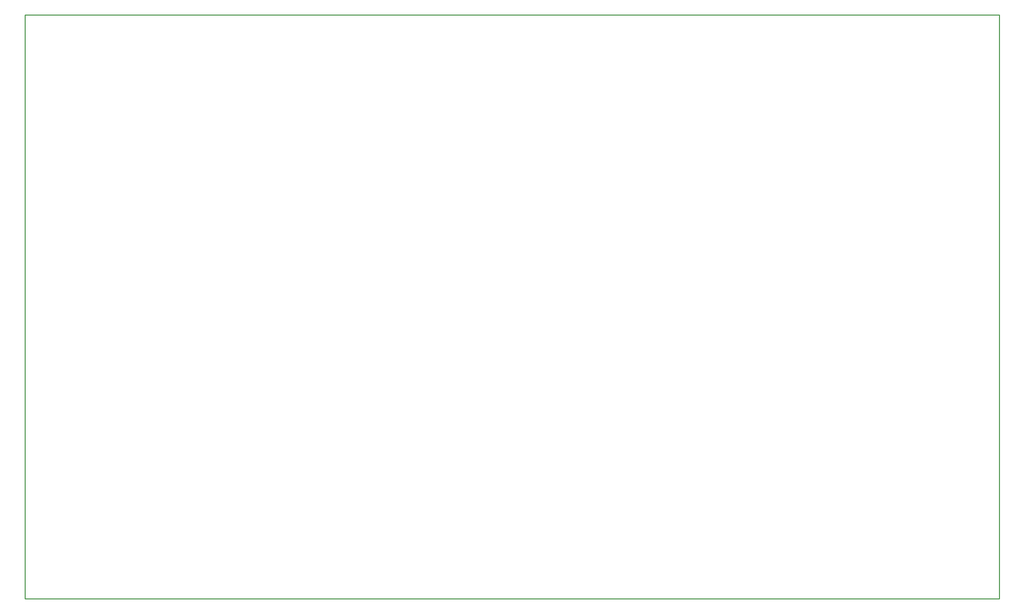
<source format=gko>
%FSLAX25Y25*%
%MOIN*%
G70*
G01*
G75*
G04 Layer_Color=16711935*
%ADD10R,0.53000X0.43500*%
%ADD11C,0.05000*%
%ADD12C,0.01200*%
%ADD13C,0.02500*%
%ADD14C,0.03000*%
%ADD15C,0.04000*%
%ADD16C,0.04500*%
%ADD17C,0.02000*%
%ADD18C,0.01000*%
%ADD19C,0.25000*%
%ADD20C,0.06200*%
%ADD21R,0.06200X0.06200*%
%ADD22R,0.06200X0.06200*%
%ADD23O,0.10000X0.08000*%
%ADD24C,0.10000*%
%ADD25C,0.05500*%
%ADD26C,0.15000*%
%ADD27C,0.12000*%
%ADD28C,0.12500*%
%ADD29C,0.05000*%
%ADD30C,0.04000*%
%ADD31C,0.00800*%
%ADD32C,0.01500*%
%ADD33R,0.53400X0.43900*%
%ADD34C,0.25400*%
%ADD35C,0.06600*%
%ADD36R,0.06600X0.06600*%
%ADD37R,0.06600X0.06600*%
%ADD38O,0.10400X0.08400*%
%ADD39C,0.10400*%
%ADD40O,0.10600X0.08600*%
%ADD41C,0.05900*%
%ADD42C,0.15400*%
%ADD43C,0.12400*%
%ADD44C,0.12900*%
%ADD45C,0.05400*%
%ADD46C,0.04400*%
D18*
X-1500Y0D02*
Y600000D01*
X998500Y0D02*
Y600000D01*
X-1500D02*
X998500D01*
X-1500Y0D02*
X998500D01*
X-1500D02*
Y600000D01*
X998500Y0D02*
Y600000D01*
X-1500Y0D02*
X998500D01*
X-1500Y600000D02*
X998500D01*
M02*

</source>
